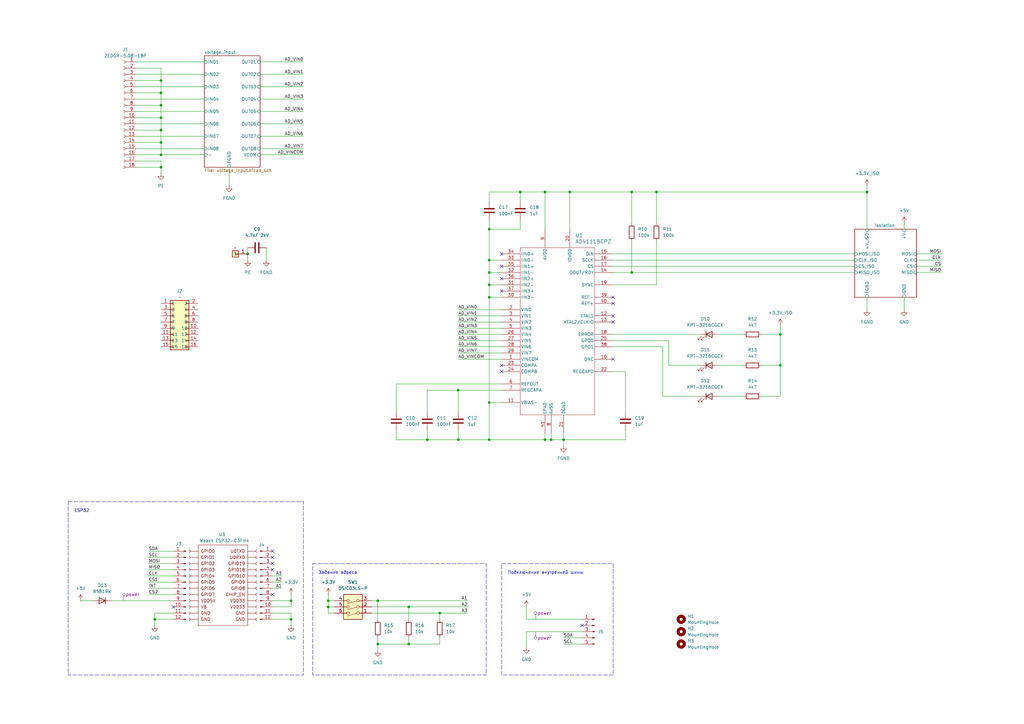
<source format=kicad_sch>
(kicad_sch (version 20231120) (generator "eeschema") (generator_version "8.0")
  (paper "A3")
  (lib_symbols
    (symbol "Mechanical:MountingHole" (pin_names (offset 1.016)) (exclude_from_sim yes) (in_bom no)
      (property "Reference" "H" (at 0 5.08 0))
      (property "Value" "MountingHole" (at 0 3.175 0))
    )
    (symbol "kicad_inventree_lib:AD4111BCPZ" (pin_names (offset 0.254))
      (property "Reference" "U" (at -14.732 2.286 0))
      (property "Value" "AD4111BCPZ" (at 0 -34.798 90))
      (symbol "AD4111BCPZ_1_1"
        (pin unspecified line (at -22.86 -45.72 0) (length 7.62) (name "VINCOM") (number "1"))
        (pin unspecified line (at 22.86 -45.72 180) (length 7.62) (name "DNC") (number "10"))
        (pin unspecified line (at -22.86 -63.5 0) (length 7.62) (name "VBIAS-") (number "11"))
        (pin unspecified line (at 22.86 -27.94 180) (length 7.62) (name "XTAL1") (number "12"))
        (pin unspecified line (at 22.86 -30.48 180) (length 7.62) (name "XTAL2/CLKIO") (number "13"))
        (pin unspecified line (at 22.86 -10.16 180) (length 7.62) (name "DOUT/RDY") (number "14"))
        (pin unspecified line (at 22.86 -2.54 180) (length 7.62) (name "DIN") (number "15"))
        (pin unspecified line (at 22.86 -5.08 180) (length 7.62) (name "SCLK") (number "16"))
        (pin unspecified line (at 22.86 -7.62 180) (length 7.62) (name "CS") (number "17"))
        (pin unspecified line (at 22.86 -35.56 180) (length 7.62) (name "ERROR") (number "18"))
        (pin unspecified line (at 22.86 -15.24 180) (length 7.62) (name "SYNC") (number "19"))
        (pin unspecified line (at -22.86 -25.4 0) (length 7.62) (name "VIN0") (number "2"))
        (pin unspecified line (at 5.08 7.62 270) (length 7.62) (name "IOVDD") (number "20"))
        (pin unspecified line (at 2.54 -76.2 90) (length 7.62) (name "DGND") (number "21"))
        (pin unspecified line (at 22.86 -50.8 180) (length 7.62) (name "REGCAPD") (number "22"))
        (pin unspecified line (at -22.86 -48.26 0) (length 7.62) (name "COMPA") (number "23"))
        (pin unspecified line (at -22.86 -50.8 0) (length 7.62) (name "COMPB") (number "24"))
        (pin unspecified line (at 22.86 -38.1 180) (length 7.62) (name "GPO0") (number "25"))
        (pin unspecified line (at -22.86 -35.56 0) (length 7.62) (name "VIN4") (number "26"))
        (pin unspecified line (at -22.86 -38.1 0) (length 7.62) (name "VIN5") (number "27"))
        (pin unspecified line (at -22.86 -40.64 0) (length 7.62) (name "VIN6") (number "28"))
        (pin unspecified line (at -22.86 -43.18 0) (length 7.62) (name "VIN7") (number "29"))
        (pin unspecified line (at -22.86 -27.94 0) (length 7.62) (name "VIN1") (number "3"))
        (pin unspecified line (at -22.86 -20.32 0) (length 7.62) (name "IIN3-") (number "30"))
        (pin unspecified line (at -22.86 -15.24 0) (length 7.62) (name "IIN2-") (number "31"))
        (pin unspecified line (at -22.86 -10.16 0) (length 7.62) (name "IIN1-") (number "32"))
        (pin unspecified line (at -22.86 -5.08 0) (length 7.62) (name "IIN0-") (number "33"))
        (pin unspecified line (at -22.86 -2.54 0) (length 7.62) (name "IIN0+") (number "34"))
        (pin unspecified line (at -22.86 -7.62 0) (length 7.62) (name "IIN1+") (number "35"))
        (pin unspecified line (at -22.86 -12.7 0) (length 7.62) (name "IIN2+") (number "36"))
        (pin unspecified line (at -22.86 -17.78 0) (length 7.62) (name "IIN3+") (number "37"))
        (pin unspecified line (at 22.86 -40.64 180) (length 7.62) (name "GPO1") (number "38"))
        (pin unspecified line (at 22.86 -20.32 180) (length 7.62) (name "REF-") (number "39"))
        (pin unspecified line (at -22.86 -30.48 0) (length 7.62) (name "VIN2") (number "4"))
        (pin unspecified line (at 22.86 -22.86 180) (length 7.62) (name "REF+") (number "40"))
        (pin unspecified line (at -5.08 -76.2 90) (length 7.62) (name "EPAD") (number "41"))
        (pin unspecified line (at -22.86 -33.02 0) (length 7.62) (name "VIN3") (number "5"))
        (pin unspecified line (at -22.86 -55.88 0) (length 7.62) (name "REFOUT") (number "6"))
        (pin unspecified line (at -22.86 -58.42 0) (length 7.62) (name "REGCAPA") (number "7"))
        (pin unspecified line (at -2.54 -76.2 90) (length 7.62) (name "AVSS") (number "8"))
        (pin unspecified line (at -5.08 7.62 270) (length 7.62) (name "AVDD") (number "9"))
      )
    )
    (symbol "kicad_inventree_lib:B5819W" (pin_numbers hide) (pin_names (offset 1.016) hide)
      (property "Reference" "D" (at 0 2.54 0))
      (property "Value" "B5819W" (at 0 -2.54 0))
      (property "part_ipn" "B5819W" (at 0 0 0))
      (symbol "B5819W_1_1"
        (pin passive line (at -3.81 0 0) (length 2.54) (name "K") (number "1"))
        (pin passive line (at 3.81 0 180) (length 2.54) (name "A") (number "2"))
      )
    )
    (symbol "kicad_inventree_lib:C_100nF_50V_1206" (pin_numbers hide) (pin_names (offset 0.254))
      (property "Reference" "C" (at 0.635 2.54 0))
      (property "Value" "100nF" (at 0.635 -2.54 0))
      (symbol "C_100nF_50V_1206_1_1"
        (pin passive line (at 0 3.81 270) (length 2.794) (name "~") (number "1"))
        (pin passive line (at 0 -3.81 90) (length 2.794) (name "~") (number "2"))
      )
    )
    (symbol "kicad_inventree_lib:C_1uF_50V_1206" (pin_numbers hide) (pin_names (offset 0.254))
      (property "Reference" "C" (at 0.635 2.54 0))
      (property "Value" "1uF" (at 0.635 -2.54 0))
      (symbol "C_1uF_50V_1206_1_1"
        (pin passive line (at 0 3.81 270) (length 2.794) (name "~") (number "1"))
        (pin passive line (at 0 -3.81 90) (length 2.794) (name "~") (number "2"))
      )
    )
    (symbol "kicad_inventree_lib:C_4.7nF_2kV_1812" (pin_numbers hide) (pin_names (offset 0.254))
      (property "Reference" "C" (at 0.635 2.54 0))
      (property "Value" "4.7nF 2kV" (at 0.635 -2.54 0))
      (symbol "C_4.7nF_2kV_1812_1_1"
        (pin passive line (at 0 3.81 270) (length 2.794) (name "~") (number "1"))
        (pin passive line (at 0 -3.81 90) (length 2.794) (name "~") (number "2"))
      )
    )
    (symbol "kicad_inventree_lib:DSIC03LS-P" (pin_names (offset 0) hide)
      (property "Reference" "SW" (at 0 8.89 0))
      (property "Value" "DSIC03LS-P" (at 0.508 -5.08 0))
      (symbol "DSIC03LS-P_1_1"
        (pin passive line (at -7.62 5.08 0) (length 5.08) (name "~") (number "1"))
        (pin passive line (at -7.62 2.54 0) (length 5.08) (name "~") (number "2"))
        (pin passive line (at -7.62 0 0) (length 5.08) (name "~") (number "3"))
        (pin passive line (at 7.62 0 180) (length 5.08) (name "4") (number "4"))
        (pin passive line (at 7.62 2.54 180) (length 5.08) (name "5") (number "5"))
        (pin passive line (at 7.62 5.08 180) (length 5.08) (name "6") (number "6"))
      )
    )
    (symbol "kicad_inventree_lib:Degson_2EDGR-5.08-18P" (pin_names (offset 1.016) hide)
      (property "Reference" "J" (at 0 2.54 0))
      (property "Value" "2EDGR-5.08-18P" (at -4.572 -46.482 0))
      (symbol "Degson_2EDGR-5.08-18P_1_1"
        (pin passive line (at -5.08 0 0) (length 3.81) (name "Pin_1") (number "1"))
        (pin passive line (at -5.08 -22.86 0) (length 3.81) (name "Pin_10") (number "10"))
        (pin passive line (at -5.08 -25.4 0) (length 3.81) (name "Pin_11") (number "11"))
        (pin passive line (at -5.08 -27.94 0) (length 3.81) (name "Pin_12") (number "12"))
        (pin passive line (at -5.08 -30.48 0) (length 3.81) (name "Pin_13") (number "13"))
        (pin passive line (at -5.08 -33.02 0) (length 3.81) (name "Pin_14") (number "14"))
        (pin passive line (at -5.08 -35.56 0) (length 3.81) (name "Pin_15") (number "15"))
        (pin passive line (at -5.08 -38.1 0) (length 3.81) (name "Pin_16") (number "16"))
        (pin passive line (at -5.08 -40.64 0) (length 3.81) (name "Pin_17") (number "17"))
        (pin passive line (at -5.08 -43.18 0) (length 3.81) (name "Pin_18") (number "18"))
        (pin passive line (at -5.08 -2.54 0) (length 3.81) (name "Pin_2") (number "2"))
        (pin passive line (at -5.08 -5.08 0) (length 3.81) (name "Pin_3") (number "3"))
        (pin passive line (at -5.08 -7.62 0) (length 3.81) (name "Pin_4") (number "4"))
        (pin passive line (at -5.08 -10.16 0) (length 3.81) (name "Pin_5") (number "5"))
        (pin passive line (at -5.08 -12.7 0) (length 3.81) (name "Pin_6") (number "6"))
        (pin passive line (at -5.08 -15.24 0) (length 3.81) (name "Pin_7") (number "7"))
        (pin passive line (at -5.08 -17.78 0) (length 3.81) (name "Pin_8") (number "8"))
        (pin passive line (at -5.08 -20.32 0) (length 3.81) (name "Pin_9") (number "9"))
      )
    )
    (symbol "kicad_inventree_lib:Kingbright_KPT-3216CGCK" (pin_numbers hide) (pin_names (offset 1.016) hide)
      (property "Reference" "D" (at 0 2.54 0))
      (property "Value" "KPT-3216CGCK" (at 0 -2.54 0))
      (symbol "Kingbright_KPT-3216CGCK_1_1"
        (pin passive line (at -3.81 0 0) (length 2.54) (name "K") (number "1"))
        (pin passive line (at 3.81 0 180) (length 2.54) (name "A") (number "2"))
      )
    )
    (symbol "kicad_inventree_lib:PE"
      (property "Reference" "D" (at 0 2.54 0))
      (symbol "PE_1_1"
        (pin passive line (at -5.08 0 0) (length 3.81) (name "1") (number "1"))
      )
    )
    (symbol "kicad_inventree_lib:PM-front-02x08"
      (property "Reference" "J" (at 0 0 0))
      (symbol "PM-front-02x08_1_1"
        (pin passive line (at -7.62 -5.08 0) (length 3.81) (name "1") (number "1"))
        (pin passive line (at 7.62 -15.24 180) (length 3.81) (name "10") (number "10"))
        (pin passive line (at -7.62 -17.78 0) (length 3.81) (name "11") (number "11"))
        (pin passive line (at 7.62 -17.78 180) (length 3.81) (name "12") (number "12"))
        (pin passive line (at -7.62 -20.32 0) (length 3.81) (name "13") (number "13"))
        (pin passive line (at 7.62 -20.32 180) (length 3.81) (name "14") (number "14"))
        (pin passive line (at -7.62 -22.86 0) (length 3.81) (name "15") (number "15"))
        (pin passive line (at 7.62 -22.86 180) (length 3.81) (name "16") (number "16"))
        (pin passive line (at 7.62 -5.08 180) (length 3.81) (name "2") (number "2"))
        (pin passive line (at -7.62 -7.62 0) (length 3.81) (name "3") (number "3"))
        (pin passive line (at 7.62 -7.62 180) (length 3.81) (name "4") (number "4"))
        (pin passive line (at -7.62 -10.16 0) (length 3.81) (name "5") (number "5"))
        (pin passive line (at 7.62 -10.16 180) (length 3.81) (name "6") (number "6"))
        (pin passive line (at -7.62 -12.7 0) (length 3.81) (name "7") (number "7"))
        (pin passive line (at 7.62 -12.7 180) (length 3.81) (name "8") (number "8"))
        (pin passive line (at -7.62 -15.24 0) (length 3.81) (name "9") (number "9"))
      )
    )
    (symbol "kicad_inventree_lib:PinHeader_01x05_P2.54_THT_angle" (pin_names (offset 1.016) hide)
      (property "Reference" "J" (at 0 7.62 0))
      (property "Value" "PinHeader_01x05_P2.54_THT_angle" (at 0 -7.62 0))
      (symbol "PinHeader_01x05_P2.54_THT_angle_1_1"
        (pin passive line (at 5.08 5.08 180) (length 3.81) (name "Pin_1") (number "1"))
        (pin passive line (at 5.08 2.54 180) (length 3.81) (name "Pin_2") (number "2"))
        (pin passive line (at 5.08 0 180) (length 3.81) (name "Pin_3") (number "3"))
        (pin passive line (at 5.08 -2.54 180) (length 3.81) (name "Pin_4") (number "4"))
        (pin passive line (at 5.08 -5.08 180) (length 3.81) (name "Pin_5") (number "5"))
      )
    )
    (symbol "kicad_inventree_lib:PinHeader_01x12_P2.54_THT_straight" (pin_names (offset 1.016) hide)
      (property "Reference" "J" (at 0 15.24 0))
      (property "Value" "PinHeader_01x12_P2.54_THT_straight" (at 0 -17.78 0))
      (symbol "PinHeader_01x12_P2.54_THT_straight_1_1"
        (pin passive line (at 5.08 12.7 180) (length 3.81) (name "Pin_1") (number "1"))
        (pin passive line (at 5.08 -10.16 180) (length 3.81) (name "Pin_10") (number "10"))
        (pin passive line (at 5.08 -12.7 180) (length 3.81) (name "Pin_11") (number "11"))
        (pin passive line (at 5.08 -15.24 180) (length 3.81) (name "Pin_12") (number "12"))
        (pin passive line (at 5.08 10.16 180) (length 3.81) (name "Pin_2") (number "2"))
        (pin passive line (at 5.08 7.62 180) (length 3.81) (name "Pin_3") (number "3"))
        (pin passive line (at 5.08 5.08 180) (length 3.81) (name "Pin_4") (number "4"))
        (pin passive line (at 5.08 2.54 180) (length 3.81) (name "Pin_5") (number "5"))
        (pin passive line (at 5.08 0 180) (length 3.81) (name "Pin_6") (number "6"))
        (pin passive line (at 5.08 -2.54 180) (length 3.81) (name "Pin_7") (number "7"))
        (pin passive line (at 5.08 -5.08 180) (length 3.81) (name "Pin_8") (number "8"))
        (pin passive line (at 5.08 -7.62 180) (length 3.81) (name "Pin_9") (number "9"))
      )
    )
    (symbol "kicad_inventree_lib:R_100k_1206_1%" (pin_numbers hide) (pin_names (offset 0))
      (property "Reference" "R" (at 2.032 0 90))
      (property "Value" "100k" (at 0 0 90))
      (symbol "R_100k_1206_1%_1_1"
        (pin passive line (at 0 3.81 270) (length 1.27) (name "~") (number "1"))
        (pin passive line (at 0 -3.81 90) (length 1.27) (name "~") (number "2"))
      )
    )
    (symbol "kicad_inventree_lib:R_10k_1206_1%" (pin_numbers hide) (pin_names (offset 0))
      (property "Reference" "R" (at 2.032 0 90))
      (property "Value" "10k" (at 0 0 90))
      (symbol "R_10k_1206_1%_1_1"
        (pin passive line (at 0 3.81 270) (length 1.27) (name "~") (number "1"))
        (pin passive line (at 0 -3.81 90) (length 1.27) (name "~") (number "2"))
      )
    )
    (symbol "kicad_inventree_lib:R_4k7_1206_1%" (pin_numbers hide) (pin_names (offset 0))
      (property "Reference" "R" (at 2.032 0 90))
      (property "Value" "4k7" (at 0 0 90))
      (symbol "R_4k7_1206_1%_1_1"
        (pin passive line (at 0 3.81 270) (length 1.27) (name "~") (number "1"))
        (pin passive line (at 0 -3.81 90) (length 1.27) (name "~") (number "2"))
      )
    )
    (symbol "kicad_inventree_lib:Weact ESP32-C3FH4"
      (property "Reference" "U" (at 0 0 0))
      (property "Value" "Weact ESP32-C3FH4" (at 0 0 0))
      (symbol "Weact ESP32-C3FH4_1_1"
        (text "CHIP_EN" (at 9.144 -22.86 0) (effects (font (size 1.27 1.27)) (justify right)))
        (text "GND" (at -9.144 -33.02 0) (effects (font (size 1.27 1.27)) (justify left)))
        (text "GND" (at -9.144 -30.48 0) (effects (font (size 1.27 1.27)) (justify left)))
        (text "GND" (at 9.144 -33.02 0) (effects (font (size 1.27 1.27)) (justify right)))
        (text "GND" (at 9.144 -30.48 0) (effects (font (size 1.27 1.27)) (justify right)))
        (text "GPIO0" (at -9.144 -5.08 0) (effects (font (size 1.27 1.27)) (justify left)))
        (text "GPIO1" (at -9.144 -7.62 0) (effects (font (size 1.27 1.27)) (justify left)))
        (text "GPIO10" (at 9.144 -15.24 0) (effects (font (size 1.27 1.27)) (justify right)))
        (text "GPIO18" (at 9.144 -12.7 0) (effects (font (size 1.27 1.27)) (justify right)))
        (text "GPIO19" (at 9.144 -10.16 0) (effects (font (size 1.27 1.27)) (justify right)))
        (text "GPIO2" (at -9.144 -10.16 0) (effects (font (size 1.27 1.27)) (justify left)))
        (text "GPIO3" (at -9.144 -12.7 0) (effects (font (size 1.27 1.27)) (justify left)))
        (text "GPIO4" (at -9.144 -15.24 0) (effects (font (size 1.27 1.27)) (justify left)))
        (text "GPIO5" (at -9.144 -17.78 0) (effects (font (size 1.27 1.27)) (justify left)))
        (text "GPIO6" (at -9.144 -20.32 0) (effects (font (size 1.27 1.27)) (justify left)))
        (text "GPIO7" (at -9.144 -22.86 0) (effects (font (size 1.27 1.27)) (justify left)))
        (text "GPIO8" (at 9.144 -20.32 0) (effects (font (size 1.27 1.27)) (justify right)))
        (text "GPIO9" (at 9.144 -17.78 0) (effects (font (size 1.27 1.27)) (justify right)))
        (text "U0RXD" (at 9.144 -7.62 0) (effects (font (size 1.27 1.27)) (justify right)))
        (text "U0TXD" (at 9.144 -5.08 0) (effects (font (size 1.27 1.27)) (justify right)))
        (text "VB" (at -9.144 -27.94 0) (effects (font (size 1.27 1.27)) (justify left)))
        (text "VDD33" (at 9.144 -27.94 0) (effects (font (size 1.27 1.27)) (justify right)))
        (text "VDD33" (at 9.144 -25.4 0) (effects (font (size 1.27 1.27)) (justify right)))
        (text "VDD5V" (at -9.144 -25.4 0) (effects (font (size 1.27 1.27)) (justify left)))
      )
    )
    (symbol "power:+3.3V" (power) (pin_numbers hide) (pin_names (offset 0) hide)
      (property "Value" "+3.3V" (at 0 3.556 0))
      (symbol "+3.3V_1_1"
        (pin power_in line (at 0 0 90) (length 0) (name "~") (number "1"))
      )
    )
    (symbol "power:+5V" (power) (pin_numbers hide) (pin_names (offset 0) hide)
      (property "Value" "+5V" (at 0 3.556 0))
      (symbol "+5V_1_1"
        (pin power_in line (at 0 0 90) (length 0) (name "~") (number "1"))
      )
    )
    (symbol "power:+VSW" (power) (pin_numbers hide) (pin_names (offset 0) hide)
      (property "Value" "+VSW" (at 0 3.556 0))
      (symbol "+VSW_1_1"
        (pin power_in line (at 0 0 90) (length 0) (name "~") (number "1"))
      )
    )
    (symbol "power:GND" (power) (pin_numbers hide) (pin_names (offset 0) hide)
      (property "Value" "GND" (at 0 -3.81 0))
      (symbol "GND_1_1"
        (pin power_in line (at 0 0 270) (length 0) (name "~") (number "1"))
      )
    )
  )
  (junction (at 231.14 180.34))
  (junction (at 119.38 246.38))
  (junction (at 233.68 78.74))
  (junction (at 66.04 33.02))
  (junction (at 66.04 38.1))
  (junction (at 269.24 78.74))
  (junction (at 223.52 180.34))
  (junction (at 320.04 137.16))
  (junction (at 180.34 251.46))
  (junction (at 213.36 78.74))
  (junction (at 200.66 116.84))
  (junction (at 119.38 254))
  (junction (at 134.62 246.38))
  (junction (at 66.04 48.26))
  (junction (at 200.66 106.68))
  (junction (at 167.64 248.92))
  (junction (at 66.04 63.5))
  (junction (at 154.94 246.38))
  (junction (at 200.66 111.76))
  (junction (at 66.04 58.42))
  (junction (at 223.52 78.74))
  (junction (at 167.64 264.16))
  (junction (at 63.5 254))
  (junction (at 66.04 53.34))
  (junction (at 320.04 149.86))
  (junction (at 200.66 121.92))
  (junction (at 226.06 180.34))
  (junction (at 187.96 180.34))
  (junction (at 200.66 93.98))
  (junction (at 66.04 68.58))
  (junction (at 355.6 78.74))
  (junction (at 259.08 78.74))
  (junction (at 134.62 248.92))
  (junction (at 200.66 165.1))
  (junction (at 259.08 111.76))
  (junction (at 154.94 264.16))
  (junction (at 66.04 43.18))
  (junction (at 200.66 180.34))
  (junction (at 175.26 180.34))
  (junction (at 101.6 104.14))
  (junction (at 187.96 160.02))
  (no_connect (at 111.76 243.84))
  (no_connect (at 251.46 129.54))
  (no_connect (at 251.46 124.46))
  (no_connect (at 71.12 248.92))
  (no_connect (at 205.74 104.14))
  (no_connect (at 238.76 256.54))
  (no_connect (at 205.74 119.38))
  (no_connect (at 205.74 149.86))
  (no_connect (at 111.76 226.06))
  (no_connect (at 111.76 231.14))
  (no_connect (at 251.46 132.08))
  (no_connect (at 251.46 121.92))
  (no_connect (at 111.76 228.6))
  (no_connect (at 111.76 233.68))
  (no_connect (at 205.74 114.3))
  (no_connect (at 205.74 109.22))
  (no_connect (at 205.74 152.4))
  (no_connect (at 251.46 147.32))
  (wire (pts (xy 154.94 246.38) (xy 154.94 254)))
  (wire (pts (xy 106.68 50.8) (xy 124.46 50.8)))
  (wire (pts (xy 60.96 236.22) (xy 71.12 236.22)))
  (wire (pts (xy 271.78 142.24) (xy 271.78 162.56)))
  (wire (pts (xy 55.88 35.56) (xy 83.82 35.56)))
  (wire (pts (xy 251.46 139.7) (xy 274.32 139.7)))
  (wire (pts (xy 55.88 25.4) (xy 83.82 25.4)))
  (wire (pts (xy 119.38 248.92) (xy 119.38 246.38)))
  (wire (pts (xy 180.34 251.46) (xy 191.77 251.46)))
  (wire (pts (xy 259.08 99.06) (xy 259.08 111.76)))
  (wire (pts (xy 223.52 78.74) (xy 233.68 78.74)))
  (wire (pts (xy 200.66 78.74) (xy 213.36 78.74)))
  (wire (pts (xy 55.88 45.72) (xy 83.82 45.72)))
  (wire (pts (xy 111.76 241.3) (xy 115.57 241.3)))
  (wire (pts (xy 106.68 40.64) (xy 124.46 40.64)))
  (wire (pts (xy 320.04 149.86) (xy 320.04 137.16)))
  (wire (pts (xy 63.5 254) (xy 71.12 254)))
  (wire (pts (xy 251.46 109.22) (xy 350.52 109.22)))
  (wire (pts (xy 233.68 78.74) (xy 259.08 78.74)))
  (wire (pts (xy 187.96 147.32) (xy 205.74 147.32)))
  (wire (pts (xy 355.6 121.92) (xy 355.6 127)))
  (wire (pts (xy 180.34 261.62) (xy 180.34 264.16)))
  (wire (pts (xy 55.88 66.04) (xy 66.04 66.04)))
  (wire (pts (xy 60.96 226.06) (xy 71.12 226.06)))
  (wire (pts (xy 375.92 109.22) (xy 386.08 109.22)))
  (wire (pts (xy 231.14 264.16) (xy 238.76 264.16)))
  (wire (pts (xy 162.56 180.34) (xy 175.26 180.34)))
  (wire (pts (xy 370.84 91.44) (xy 370.84 93.98)))
  (wire (pts (xy 106.68 63.5) (xy 124.46 63.5)))
  (wire (pts (xy 187.96 180.34) (xy 200.66 180.34)))
  (wire (pts (xy 312.42 137.16) (xy 320.04 137.16)))
  (wire (pts (xy 320.04 162.56) (xy 320.04 149.86)))
  (wire (pts (xy 106.68 30.48) (xy 124.46 30.48)))
  (wire (pts (xy 251.46 137.16) (xy 287.02 137.16)))
  (wire (pts (xy 187.96 134.62) (xy 205.74 134.62)))
  (wire (pts (xy 375.92 104.14) (xy 386.08 104.14)))
  (wire (pts (xy 111.76 238.76) (xy 115.57 238.76)))
  (wire (pts (xy 66.04 48.26) (xy 66.04 53.34)))
  (wire (pts (xy 256.54 180.34) (xy 231.14 180.34)))
  (wire (pts (xy 152.4 246.38) (xy 154.94 246.38)))
  (wire (pts (xy 154.94 264.16) (xy 154.94 266.7)))
  (wire (pts (xy 187.96 139.7) (xy 205.74 139.7)))
  (wire (pts (xy 175.26 160.02) (xy 175.26 168.91)))
  (wire (pts (xy 269.24 78.74) (xy 355.6 78.74)))
  (wire (pts (xy 312.42 149.86) (xy 320.04 149.86)))
  (wire (pts (xy 66.04 27.94) (xy 66.04 33.02)))
  (wire (pts (xy 294.64 149.86) (xy 304.8 149.86)))
  (wire (pts (xy 134.62 243.84) (xy 134.62 246.38)))
  (wire (pts (xy 200.66 111.76) (xy 205.74 111.76)))
  (wire (pts (xy 66.04 33.02) (xy 66.04 38.1)))
  (wire (pts (xy 233.68 93.98) (xy 233.68 78.74)))
  (wire (pts (xy 226.06 177.8) (xy 226.06 180.34)))
  (wire (pts (xy 167.64 248.92) (xy 167.64 254)))
  (wire (pts (xy 187.96 129.54) (xy 205.74 129.54)))
  (wire (pts (xy 66.04 58.42) (xy 66.04 63.5)))
  (wire (pts (xy 200.66 111.76) (xy 200.66 116.84)))
  (wire (pts (xy 223.52 180.34) (xy 226.06 180.34)))
  (wire (pts (xy 200.66 93.98) (xy 200.66 106.68)))
  (wire (pts (xy 180.34 251.46) (xy 180.34 254)))
  (wire (pts (xy 187.96 137.16) (xy 205.74 137.16)))
  (wire (pts (xy 55.88 55.88) (xy 83.82 55.88)))
  (wire (pts (xy 187.96 142.24) (xy 205.74 142.24)))
  (wire (pts (xy 162.56 176.53) (xy 162.56 180.34)))
  (wire (pts (xy 320.04 137.16) (xy 320.04 133.35)))
  (wire (pts (xy 256.54 176.53) (xy 256.54 180.34)))
  (wire (pts (xy 312.42 162.56) (xy 320.04 162.56)))
  (wire (pts (xy 200.66 116.84) (xy 200.66 121.92)))
  (wire (pts (xy 38.1 246.38) (xy 33.02 246.38)))
  (wire (pts (xy 259.08 111.76) (xy 350.52 111.76)))
  (wire (pts (xy 71.12 246.38) (xy 45.72 246.38)))
  (wire (pts (xy 119.38 254) (xy 119.38 256.54)))
  (wire (pts (xy 226.06 180.34) (xy 231.14 180.34)))
  (wire (pts (xy 55.88 43.18) (xy 66.04 43.18)))
  (wire (pts (xy 175.26 180.34) (xy 175.26 176.53)))
  (wire (pts (xy 187.96 127) (xy 205.74 127)))
  (wire (pts (xy 106.68 35.56) (xy 124.46 35.56)))
  (wire (pts (xy 215.9 259.08) (xy 238.76 259.08)))
  (wire (pts (xy 60.96 238.76) (xy 71.12 238.76)))
  (wire (pts (xy 106.68 45.72) (xy 124.46 45.72)))
  (wire (pts (xy 60.96 241.3) (xy 71.12 241.3)))
  (wire (pts (xy 213.36 78.74) (xy 223.52 78.74)))
  (wire (pts (xy 63.5 251.46) (xy 63.5 254)))
  (wire (pts (xy 63.5 254) (xy 63.5 256.54)))
  (wire (pts (xy 251.46 104.14) (xy 350.52 104.14)))
  (wire (pts (xy 93.98 68.58) (xy 93.98 76.2)))
  (wire (pts (xy 274.32 139.7) (xy 274.32 149.86)))
  (wire (pts (xy 200.66 106.68) (xy 200.66 111.76)))
  (wire (pts (xy 231.14 180.34) (xy 231.14 182.88)))
  (wire (pts (xy 294.64 137.16) (xy 304.8 137.16)))
  (wire (pts (xy 154.94 246.38) (xy 191.77 246.38)))
  (wire (pts (xy 55.88 58.42) (xy 66.04 58.42)))
  (wire (pts (xy 55.88 27.94) (xy 66.04 27.94)))
  (wire (pts (xy 111.76 246.38) (xy 119.38 246.38)))
  (wire (pts (xy 55.88 48.26) (xy 66.04 48.26)))
  (wire (pts (xy 137.16 251.46) (xy 134.62 251.46)))
  (wire (pts (xy 55.88 30.48) (xy 83.82 30.48)))
  (wire (pts (xy 134.62 246.38) (xy 134.62 248.92)))
  (wire (pts (xy 162.56 157.48) (xy 205.74 157.48)))
  (wire (pts (xy 66.04 53.34) (xy 66.04 58.42)))
  (wire (pts (xy 60.96 243.84) (xy 71.12 243.84)))
  (wire (pts (xy 256.54 152.4) (xy 251.46 152.4)))
  (wire (pts (xy 200.66 165.1) (xy 200.66 180.34)))
  (wire (pts (xy 200.66 82.55) (xy 200.66 78.74)))
  (wire (pts (xy 200.66 90.17) (xy 200.66 93.98)))
  (wire (pts (xy 60.96 228.6) (xy 71.12 228.6)))
  (wire (pts (xy 200.66 93.98) (xy 213.36 93.98)))
  (wire (pts (xy 215.9 259.08) (xy 215.9 265.43)))
  (wire (pts (xy 55.88 53.34) (xy 66.04 53.34)))
  (wire (pts (xy 231.14 177.8) (xy 231.14 180.34)))
  (wire (pts (xy 167.64 248.92) (xy 191.77 248.92)))
  (wire (pts (xy 111.76 254) (xy 119.38 254)))
  (wire (pts (xy 200.66 121.92) (xy 205.74 121.92)))
  (wire (pts (xy 55.88 63.5) (xy 66.04 63.5)))
  (wire (pts (xy 274.32 149.86) (xy 287.02 149.86)))
  (wire (pts (xy 180.34 264.16) (xy 167.64 264.16)))
  (wire (pts (xy 111.76 251.46) (xy 119.38 251.46)))
  (wire (pts (xy 187.96 132.08) (xy 205.74 132.08)))
  (wire (pts (xy 167.64 261.62) (xy 167.64 264.16)))
  (wire (pts (xy 119.38 251.46) (xy 119.38 254)))
  (wire (pts (xy 55.88 60.96) (xy 83.82 60.96)))
  (wire (pts (xy 137.16 248.92) (xy 134.62 248.92)))
  (wire (pts (xy 111.76 248.92) (xy 119.38 248.92)))
  (wire (pts (xy 134.62 248.92) (xy 134.62 251.46)))
  (wire (pts (xy 215.9 254) (xy 238.76 254)))
  (wire (pts (xy 213.36 90.17) (xy 213.36 93.98)))
  (wire (pts (xy 55.88 33.02) (xy 66.04 33.02)))
  (wire (pts (xy 213.36 82.55) (xy 213.36 78.74)))
  (wire (pts (xy 251.46 106.68) (xy 350.52 106.68)))
  (wire (pts (xy 251.46 142.24) (xy 271.78 142.24)))
  (wire (pts (xy 251.46 111.76) (xy 259.08 111.76)))
  (wire (pts (xy 66.04 38.1) (xy 66.04 43.18)))
  (wire (pts (xy 152.4 248.92) (xy 167.64 248.92)))
  (wire (pts (xy 259.08 78.74) (xy 269.24 78.74)))
  (wire (pts (xy 200.66 121.92) (xy 200.66 165.1)))
  (wire (pts (xy 187.96 160.02) (xy 205.74 160.02)))
  (wire (pts (xy 106.68 25.4) (xy 124.46 25.4)))
  (wire (pts (xy 66.04 68.58) (xy 66.04 71.12)))
  (wire (pts (xy 154.94 264.16) (xy 167.64 264.16)))
  (wire (pts (xy 111.76 236.22) (xy 115.57 236.22)))
  (wire (pts (xy 175.26 180.34) (xy 187.96 180.34)))
  (wire (pts (xy 355.6 78.74) (xy 355.6 93.98)))
  (wire (pts (xy 259.08 91.44) (xy 259.08 78.74)))
  (wire (pts (xy 101.6 104.14) (xy 101.6 106.68)))
  (wire (pts (xy 200.66 165.1) (xy 205.74 165.1)))
  (wire (pts (xy 60.96 231.14) (xy 71.12 231.14)))
  (wire (pts (xy 55.88 38.1) (xy 66.04 38.1)))
  (wire (pts (xy 187.96 160.02) (xy 175.26 160.02)))
  (wire (pts (xy 119.38 246.38) (xy 119.38 243.84)))
  (wire (pts (xy 137.16 246.38) (xy 134.62 246.38)))
  (wire (pts (xy 154.94 261.62) (xy 154.94 264.16)))
  (wire (pts (xy 162.56 157.48) (xy 162.56 168.91)))
  (wire (pts (xy 187.96 180.34) (xy 187.96 176.53)))
  (wire (pts (xy 109.22 101.6) (xy 109.22 106.68)))
  (wire (pts (xy 187.96 160.02) (xy 187.96 168.91)))
  (wire (pts (xy 256.54 168.91) (xy 256.54 152.4)))
  (wire (pts (xy 269.24 116.84) (xy 251.46 116.84)))
  (wire (pts (xy 60.96 233.68) (xy 71.12 233.68)))
  (wire (pts (xy 106.68 60.96) (xy 124.46 60.96)))
  (wire (pts (xy 375.92 111.76) (xy 386.08 111.76)))
  (wire (pts (xy 200.66 180.34) (xy 223.52 180.34)))
  (wire (pts (xy 66.04 63.5) (xy 83.82 63.5)))
  (wire (pts (xy 375.92 106.68) (xy 386.08 106.68)))
  (wire (pts (xy 152.4 251.46) (xy 180.34 251.46)))
  (wire (pts (xy 101.6 101.6) (xy 101.6 104.14)))
  (wire (pts (xy 271.78 162.56) (xy 287.02 162.56)))
  (wire (pts (xy 106.68 55.88) (xy 124.46 55.88)))
  (wire (pts (xy 200.66 106.68) (xy 205.74 106.68)))
  (wire (pts (xy 370.84 121.92) (xy 370.84 127)))
  (wire (pts (xy 66.04 66.04) (xy 66.04 68.58)))
  (wire (pts (xy 55.88 68.58) (xy 66.04 68.58)))
  (wire (pts (xy 55.88 50.8) (xy 83.82 50.8)))
  (wire (pts (xy 66.04 43.18) (xy 66.04 48.26)))
  (wire (pts (xy 231.14 261.62) (xy 238.76 261.62)))
  (wire (pts (xy 223.52 177.8) (xy 223.52 180.34)))
  (wire (pts (xy 223.52 93.98) (xy 223.52 78.74)))
  (wire (pts (xy 200.66 116.84) (xy 205.74 116.84)))
  (wire (pts (xy 187.96 144.78) (xy 205.74 144.78)))
  (wire (pts (xy 355.6 76.2) (xy 355.6 78.74)))
  (wire (pts (xy 215.9 254) (xy 215.9 248.92)))
  (wire (pts (xy 294.64 162.56) (xy 304.8 162.56)))
  (wire (pts (xy 55.88 40.64) (xy 83.82 40.64)))
  (wire (pts (xy 269.24 78.74) (xy 269.24 91.44)))
  (wire (pts (xy 269.24 99.06) (xy 269.24 116.84)))
  (wire (pts (xy 71.12 251.46) (xy 63.5 251.46)))
  (rectangle (start 205.74 231.14) (end 251.46 276.86) (stroke (width 0) (type dash)))
  (rectangle (start 128.27 231.14) (end 199.39 276.86) (stroke (width 0) (type dash)))
  (rectangle (start 27.94 205.74) (end 124.46 276.86) (stroke (width 0) (type dash)))
  (text "ESP32" (at 33.528 209.55 0) (effects (font (size 1.27 1.27))))
  (text "Задание адреса" (at 130.556 234.95 0) (effects (font (size 1.27 1.27)) (justify left)))
  (text "Подключение внутренней шины" (at 223.774 234.95 0) (effects (font (size 1.27 1.27))))
  (label "AD_VINCOM" (at 187.96 147.32 0))
  (label "MOSI" (at 60.96 231.14 0))
  (label "AD_VIN2" (at 187.96 132.08 0))
  (label "A3" (at 191.77 251.46 180))
  (label "AD_VIN7" (at 124.46 60.96 180))
  (label "AD_VIN1" (at 124.46 30.48 180))
  (label "AD_VIN0" (at 187.96 127 0))
  (label "AD_VIN6" (at 187.96 142.24 0))
  (label "AD_VIN1" (at 187.96 129.54 0))
  (label "A1" (at 115.57 241.3 180))
  (label "MISO" (at 386.08 111.76 180))
  (label "INT" (at 60.96 241.3 0))
  (label "AD_VIN5" (at 187.96 139.7 0))
  (label "CS1" (at 60.96 238.76 0))
  (label "SCL" (at 231.14 264.16 0))
  (label "CLK" (at 386.08 106.68 180))
  (label "SDA" (at 60.96 226.06 0))
  (label "AD_VIN2" (at 124.46 35.56 180))
  (label "MISO" (at 60.96 233.68 0))
  (label "A2" (at 191.77 248.92 180))
  (label "CS2" (at 60.96 243.84 0))
  (label "CS" (at 386.08 109.22 180))
  (label "A2" (at 115.57 238.76 180))
  (label "SDA" (at 231.14 261.62 0))
  (label "AD_VINCOM" (at 124.46 63.5 180))
  (label "A3" (at 115.57 236.22 180))
  (label "AD_VIN4" (at 124.46 45.72 180))
  (label "AD_VIN0" (at 124.46 25.4 180))
  (label "SCL" (at 60.96 228.6 0))
  (label "CLK" (at 60.96 236.22 0))
  (label "AD_VIN7" (at 187.96 144.78 0))
  (label "AD_VIN3" (at 187.96 134.62 0))
  (label "MOSI" (at 386.08 104.14 180))
  (label "AD_VIN5" (at 124.46 50.8 180))
  (label "AD_VIN4" (at 187.96 137.16 0))
  (label "AD_VIN3" (at 124.46 40.64 180))
  (label "AD_VIN6" (at 124.46 55.88 180))
  (label "A1" (at 191.77 246.38 180))
  (netclass_flag "" (length 2.54) (shape round) (at 219.71 259.08 180) (property "Netclass" "power" (at 220.4085 261.62 0) (effects (font (italic yes)) (justify left))))
  (netclass_flag "" (length 2.54) (shape round) (at 219.71 254 0) (property "Netclass" "power" (at 220.4085 251.46 0) (effects (font (italic yes)) (justify left))))
  (netclass_flag "" (length 2.54) (shape round) (at 50.8 246.38 0) (property "Netclass" "power" (at 51.4985 243.84 0) (effects (font (italic yes)) (justify left))))
  (symbol (lib_id "kicad_inventree_lib:PE") (at 96.52 104.14 180) (unit 1)
    (property "Reference" "D9" (effects (hide yes)))
    (property "Value" "~" (at 96.52 101.6 0))
    (property "Footprint" "kicad_inventree_lib:PE" (effects (hide yes)))
  )
  (symbol (lib_id "power:+5V") (at 370.84 91.44 0) (unit 1)
    (property "Reference" "#PWR08" (effects (hide yes)))
    (property "Value" "+5V" (at 370.84 86.36 0))
    (property "Description" "Power symbol creates a global label with name \"+5V\"" (effects (hide yes)))
  )
  (symbol (lib_id "power:GND") (at 63.5 256.54 0) (unit 1)
    (property "Reference" "#PWR05" (effects (hide yes)))
    (property "Value" "GND" (at 63.5 261.62 0))
    (property "Description" "Power symbol creates a global label with name \"GND\" , ground" (effects (hide yes)))
  )
  (symbol (lib_id "kicad_inventree_lib:PinHeader_01x12_P2.54_THT_straight") (at 76.2 238.76 0) (mirror y) (unit 1)
    (property "Reference" "J3" (at 72.136 223.012 0) (effects (justify right)))
    (property "Value" "PinHeader P2.54 01x12 THT Straight" (effects (hide yes)))
    (property "Footprint" "Connector_PinHeader_2.54mm:PinHeader_1x12_P2.54mm_Vertical" (effects (hide yes)))
    (property "Datasheet" "http://inventree.network/part/31/" (effects (hide yes)))
    (property "Description" "Generic connector, single row, 01x12, script generated" (effects (hide yes)))
    (property "NextPCB_price" "0.32886" (effects (hide yes)))
    (property "NextPCB_url" "https://www.hqonline.com/product-detail/pin-headers-boomele-2-54-1-40pyuanzhen-2500377919" (effects (hide yes)))
    (property "part_ipn" "PinHeader_01x12_P2.54_THT_straight" (effects (hide yes)))
  )
  (symbol (lib_id "power:GND") (at 215.9 265.43 0) (unit 1)
    (property "Reference" "#PWR016" (effects (hide yes)))
    (property "Value" "GND" (at 215.9 270.51 0))
    (property "Description" "Power symbol creates a global label with name \"GND\" , ground" (effects (hide yes)))
  )
  (symbol (lib_id "kicad_inventree_lib:Weact ESP32-C3FH4") (at 91.44 220.98 0) (unit 1)
    (property "Reference" "U3" (at 89.662 219.202 0) (effects (justify left)))
    (property "Value" "Weact ESP32-C3FH4" (at 81.788 221.742 0) (effects (justify left)))
    (property "Footprint" "kicad_inventree_lib:Weact ESP32-C3FH4" (effects (hide yes)))
    (property "Datasheet" "http://inventree.network/part/49/" (effects (hide yes)))
    (property "Description" "Микроконтроллер Weact ESP32-C3" (effects (hide yes)))
    (property "NextPCB_price" "3.5" (effects (hide yes)))
    (property "NextPCB_url" "https://aliexpress.ru/item/1005004960064227.html?sku_id=12000037047175289&spm=a2g2w.stores.seller_list.26.735f3604TtTEtI" (effects (hide yes)))
    (property "part_ipn" "Weact ESP32-C3FH4" (effects (hide yes)))
  )
  (symbol (lib_id "kicad_inventree_lib:B5819W") (at 41.91 246.38 180) (unit 1)
    (property "Reference" "D13" (at 41.91 240.03 0))
    (property "Value" "B5819W" (at 41.91 242.57 0))
    (property "Footprint" "Diode_SMD:D_SOD-123" (effects (hide yes)))
    (property "Datasheet" "http://inventree.network/part/6/" (effects (hide yes)))
    (property "Description" "Schottky diode" (effects (hide yes)))
    (property "Sim.Device" "D" (effects (hide yes)))
    (property "Sim.Pins" "1=K 2=A" (effects (hide yes)))
    (property "Manufacturer" "MDD" (effects (hide yes)))
    (property "NextPCB_price" "0.0107" (effects (hide yes)))
    (property "NextPCB_url" "https://www.hqonline.com/product-detail/schottky-diode-mdd-b5819w-2500218931" (effects (hide yes)))
    (property "part_ipn" "B5819W" (effects (hide yes)))
  )
  (symbol (lib_id "power:GND") (at 370.84 127 0) (unit 1)
    (property "Reference" "#PWR07" (effects (hide yes)))
    (property "Value" "GND" (at 370.84 132.08 0))
    (property "Description" "Power symbol creates a global label with name \"GND\" , ground" (effects (hide yes)))
  )
  (symbol (lib_id "kicad_inventree_lib:R_4k7_1206_1%") (at 308.61 162.56 90) (unit 1)
    (property "Reference" "R14" (at 308.61 156.21 90))
    (property "Value" "4k7" (at 308.61 158.75 90))
    (property "Footprint" "Resistor_SMD:R_1206_3216Metric_Pad1.30x1.75mm_HandSolder" (effects (hide yes)))
    (property "Datasheet" "http://inventree.network/part/117/" (effects (hide yes)))
    (property "Description" "Resistor" (effects (hide yes)))
    (property "part_ipn" "R_4k7_1206_1%" (effects (hide yes)))
  )
  (symbol (lib_id "power:GND") (at 231.14 182.88 0) (unit 1)
    (property "Reference" "#PWR09" (effects (hide yes)))
    (property "Value" "FGND" (at 231.14 187.96 0))
    (property "Description" "Power symbol creates a global label with name \"GND\" , ground" (effects (hide yes)))
  )
  (symbol (lib_id "power:GND") (at 355.6 127 0) (unit 1)
    (property "Reference" "#PWR06" (effects (hide yes)))
    (property "Value" "FGND" (at 355.6 132.08 0))
    (property "Description" "Power symbol creates a global label with name \"GND\" , ground" (effects (hide yes)))
  )
  (symbol (lib_id "kicad_inventree_lib:R_100k_1206_1%") (at 269.24 95.25 0) (unit 1)
    (property "Reference" "R11" (at 271.78 93.9799 0) (effects (justify left)))
    (property "Value" "100k" (at 271.78 96.5199 0) (effects (justify left)))
    (property "Footprint" "Resistor_SMD:R_1206_3216Metric_Pad1.30x1.75mm_HandSolder" (effects (hide yes)))
    (property "Datasheet" "http://inventree.network/part/61/" (effects (hide yes)))
    (property "Description" "Resistor" (effects (hide yes)))
    (property "NextPCB_price" "0.00169" (effects (hide yes)))
    (property "NextPCB_url" "https://www.hqonline.com/product-detail/chip-resistors-fojan-frc1206f3301ts-2500354421" (effects (hide yes)))
    (property "part_ipn" "R_100k_1206_1%" (effects (hide yes)))
  )
  (symbol (lib_id "power:GND") (at 93.98 76.2 0) (unit 1)
    (property "Reference" "#PWR01" (effects (hide yes)))
    (property "Value" "FGND" (at 93.98 81.28 0))
    (property "Description" "Power symbol creates a global label with name \"GND\" , ground" (effects (hide yes)))
  )
  (symbol (lib_id "power:+3.3V") (at 134.62 243.84 0) (unit 1)
    (property "Reference" "#PWR013" (effects (hide yes)))
    (property "Value" "+3.3V" (at 134.62 238.76 0))
    (property "Description" "Power symbol creates a global label with name \"+3.3V\"" (effects (hide yes)))
  )
  (symbol (lib_id "power:+3.3V") (at 119.38 243.84 0) (unit 1)
    (property "Reference" "#PWR010" (effects (hide yes)))
    (property "Value" "+3.3V" (at 119.38 238.76 0))
    (property "Description" "Power symbol creates a global label with name \"+3.3V\"" (effects (hide yes)))
  )
  (symbol (lib_id "kicad_inventree_lib:R_10k_1206_1%") (at 167.64 257.81 180) (unit 1)
    (property "Reference" "R16" (at 170.18 256.5399 0) (effects (justify right)))
    (property "Value" "10k" (at 170.18 259.0799 0) (effects (justify right)))
    (property "Footprint" "Resistor_SMD:R_1206_3216Metric_Pad1.30x1.75mm_HandSolder" (effects (hide yes)))
    (property "Datasheet" "http://inventree.network/part/26/" (effects (hide yes)))
    (property "Description" "Resistor" (effects (hide yes)))
    (property "NextPCB_price" "0.00169" (effects (hide yes)))
    (property "NextPCB_url" "https://www.hqonline.com/product-detail/chip-resistors-fojan-frc1206f3301ts-2500354421" (effects (hide yes)))
    (property "part_ipn" "R_10k_1206_1%" (effects (hide yes)))
  )
  (symbol (lib_id "kicad_inventree_lib:C_1uF_50V_1206") (at 213.36 86.36 0) (unit 1)
    (property "Reference" "C18" (at 217.17 85.0899 0) (effects (justify left)))
    (property "Value" "1uF" (at 217.17 87.6299 0) (effects (justify left)))
    (property "Footprint" "Capacitor_SMD:C_1206_3216Metric_Pad1.33x1.80mm_HandSolder" (effects (hide yes)))
    (property "Datasheet" "http://inventree.network/part/44/" (effects (hide yes)))
    (property "Description" "Unpolarized capacitor" (effects (hide yes)))
    (property "part_ipn" "C_1uF_50V_1206" (effects (hide yes)))
  )
  (symbol (lib_id "power:GND") (at 109.22 106.68 0) (unit 1)
    (property "Reference" "#PWR018" (effects (hide yes)))
    (property "Value" "FGND" (at 109.22 111.76 0))
    (property "Description" "Power symbol creates a global label with name \"GND\" , ground" (effects (hide yes)))
  )
  (symbol (lib_id "kicad_inventree_lib:C_100nF_50V_1206") (at 162.56 172.72 0) (unit 1)
    (property "Reference" "C10" (at 166.37 171.4499 0) (effects (justify left)))
    (property "Value" "100nF" (at 166.37 173.9899 0) (effects (justify left)))
    (property "Footprint" "Capacitor_SMD:C_1206_3216Metric_Pad1.33x1.80mm_HandSolder" (effects (hide yes)))
    (property "Datasheet" "http://inventree.network/part/44/" (effects (hide yes)))
    (property "Description" "Unpolarized capacitor" (effects (hide yes)))
    (property "part_ipn" "C_100nF_50V_1206" (effects (hide yes)))
  )
  (symbol (lib_id "kicad_inventree_lib:AD4111BCPZ") (at 228.6 101.6 0) (unit 1)
    (property "Reference" "U1" (at 235.8741 96.52 0) (effects (font (size 1.524 1.524)) (justify left)))
    (property "Value" "AD4111BCPZ" (at 235.8741 99.06 0) (effects (font (size 1.524 1.524)) (justify left)))
    (property "Footprint" "kicad_inventree_lib:AD4111BCPZ_ADI" (effects (hide yes)))
    (property "Datasheet" "http://inventree.network/part/73/" (effects (hide yes)))
    (property "part_ipn" "AD4111BCPZ" (effects (hide yes)))
  )
  (symbol (lib_id "kicad_inventree_lib:PinHeader_01x12_P2.54_THT_straight") (at 106.68 238.76 0) (unit 1)
    (property "Reference" "J4" (at 107.315 223.52 0))
    (property "Value" "PinHeader P2.54 01x12 THT Straight" (effects (hide yes)))
    (property "Footprint" "Connector_PinHeader_2.54mm:PinHeader_1x12_P2.54mm_Vertical" (effects (hide yes)))
    (property "Datasheet" "http://inventree.network/part/31/" (effects (hide yes)))
    (property "Description" "Generic connector, single row, 01x12, script generated" (effects (hide yes)))
    (property "NextPCB_price" "0.32886" (effects (hide yes)))
    (property "NextPCB_url" "https://www.hqonline.com/product-detail/pin-headers-boomele-2-54-1-40pyuanzhen-2500377919" (effects (hide yes)))
    (property "part_ipn" "PinHeader_01x12_P2.54_THT_straight" (effects (hide yes)))
  )
  (symbol (lib_id "power:GND") (at 154.94 266.7 0) (unit 1)
    (property "Reference" "#PWR014" (effects (hide yes)))
    (property "Value" "GND" (at 154.94 271.78 0))
    (property "Description" "Power symbol creates a global label with name \"GND\" , ground" (effects (hide yes)))
  )
  (symbol (lib_id "Mechanical:MountingHole") (at 279.4 259.08 0) (unit 1) (exclude_from_sim yes) (in_bom no)
    (property "Reference" "H2" (at 281.94 257.8099 0) (effects (justify left)))
    (property "Value" "MountingHole" (at 281.94 260.3499 0) (effects (justify left)))
    (property "Footprint" "MountingHole:MountingHole_3.2mm_M3" (effects (hide yes)))
    (property "Description" "Mounting Hole without connection" (effects (hide yes)))
  )
  (symbol (lib_id "kicad_inventree_lib:R_4k7_1206_1%") (at 308.61 137.16 90) (unit 1)
    (property "Reference" "R12" (at 308.61 130.81 90))
    (property "Value" "4k7" (at 308.61 133.35 90))
    (property "Footprint" "Resistor_SMD:R_1206_3216Metric_Pad1.30x1.75mm_HandSolder" (effects (hide yes)))
    (property "Datasheet" "http://inventree.network/part/117/" (effects (hide yes)))
    (property "Description" "Resistor" (effects (hide yes)))
    (property "part_ipn" "R_4k7_1206_1%" (effects (hide yes)))
  )
  (symbol (lib_id "kicad_inventree_lib:PM-front-02x08") (at 73.66 119.38 0) (unit 1)
    (property "Reference" "J2" (at 73.66 119.38 0))
    (property "Value" "~" (at 73.66 121.92 0))
    (property "Footprint" "kicad_inventree_lib:PM-front-02x08" (effects (hide yes)))
  )
  (symbol (lib_id "Mechanical:MountingHole") (at 279.4 264.16 0) (unit 1) (exclude_from_sim yes) (in_bom no)
    (property "Reference" "H3" (at 281.94 262.8899 0) (effects (justify left)))
    (property "Value" "MountingHole" (at 281.94 265.4299 0) (effects (justify left)))
    (property "Footprint" "MountingHole:MountingHole_3.2mm_M3" (effects (hide yes)))
    (property "Description" "Mounting Hole without connection" (effects (hide yes)))
  )
  (symbol (lib_id "power:+VSW") (at 320.04 133.35 0) (unit 1)
    (property "Reference" "#PWR02" (effects (hide yes)))
    (property "Value" "+3.3V_ISO" (at 320.04 128.27 0))
    (property "Description" "Power symbol creates a global label with name \"+VSW\"" (effects (hide yes)))
  )
  (symbol (lib_id "kicad_inventree_lib:C_100nF_50V_1206") (at 175.26 172.72 0) (unit 1)
    (property "Reference" "C11" (at 179.07 171.4499 0) (effects (justify left)))
    (property "Value" "100nF" (at 179.07 173.9899 0) (effects (justify left)))
    (property "Footprint" "Capacitor_SMD:C_1206_3216Metric_Pad1.33x1.80mm_HandSolder" (effects (hide yes)))
    (property "Datasheet" "http://inventree.network/part/44/" (effects (hide yes)))
    (property "Description" "Unpolarized capacitor" (effects (hide yes)))
    (property "part_ipn" "C_100nF_50V_1206" (effects (hide yes)))
  )
  (symbol (lib_id "kicad_inventree_lib:Kingbright_KPT-3216CGCK") (at 290.83 162.56 0) (unit 1)
    (property "Reference" "D12" (at 289.2425 156.21 0))
    (property "Value" "KPT-3216CGCK" (at 289.2425 158.75 0))
    (property "Footprint" "NextPCB:Kingbright_KPT-3216CGCK" (effects (hide yes)))
    (property "Datasheet" "http://inventree.network/part/35/" (effects (hide yes)))
    (property "Description" "Light emitting diode" (effects (hide yes)))
    (property "Manufacturer" "Kingbright" (effects (hide yes)))
    (property "NextPCB_price" "0.15788" (effects (hide yes)))
    (property "NextPCB_url" "https://www.hqonline.com/product-detail/kingbright-kpt-3216cgck-1028061232" (effects (hide yes)))
    (property "part_ipn" "KPT-3216CGCK" (effects (hide yes)))
  )
  (symbol (lib_id "kicad_inventree_lib:R_4k7_1206_1%") (at 308.61 149.86 90) (unit 1)
    (property "Reference" "R13" (at 308.61 143.51 90))
    (property "Value" "4k7" (at 308.61 146.05 90))
    (property "Footprint" "Resistor_SMD:R_1206_3216Metric_Pad1.30x1.75mm_HandSolder" (effects (hide yes)))
    (property "Datasheet" "http://inventree.network/part/117/" (effects (hide yes)))
    (property "Description" "Resistor" (effects (hide yes)))
    (property "part_ipn" "R_4k7_1206_1%" (effects (hide yes)))
  )
  (symbol (lib_id "power:GND") (at 119.38 256.54 0) (unit 1)
    (property "Reference" "#PWR011" (effects (hide yes)))
    (property "Value" "GND" (at 119.38 261.62 0))
    (property "Description" "Power symbol creates a global label with name \"GND\" , ground" (effects (hide yes)))
  )
  (symbol (lib_id "kicad_inventree_lib:Degson_2EDGR-5.08-18P") (at 50.8 25.4 0) (mirror y) (unit 1)
    (property "Reference" "J1" (at 51.435 20.32 0))
    (property "Value" "2EDGR-5.08-18P" (at 51.435 22.86 0))
    (property "Footprint" "NextPCB:Degson_2EDGR-5.08-18P" (effects (hide yes)))
    (property "Datasheet" "http://inventree.network/part/19/" (effects (hide yes)))
    (property "Description" "01x18" (effects (hide yes)))
    (property "NextPCB_url" "https://www.hqonline.com/product-detail/terminal-blocks-kangnex-wj2edgr-5-08-18p-2500349376" (effects (hide yes)))
    (property "NextPCB_price" "0.17085" (effects (hide yes)))
    (property "part_ipn" "2EDGR-5.08-18P" (effects (hide yes)))
  )
  (symbol (lib_id "power:GND") (at 66.04 71.12 0) (unit 1)
    (property "Reference" "#PWR012" (effects (hide yes)))
    (property "Value" "PE" (at 66.04 76.2 0))
    (property "Description" "Power symbol creates a global label with name \"GND\" , ground" (effects (hide yes)))
  )
  (symbol (lib_id "kicad_inventree_lib:C_4.7nF_2kV_1812") (at 105.41 101.6 90) (unit 1)
    (property "Reference" "C9" (at 105.41 93.98 90))
    (property "Value" "4.7nF 2kV" (at 105.41 96.52 90))
    (property "Footprint" "Capacitor_SMD:C_1812_4532Metric_Pad1.57x3.40mm_HandSolder" (effects (hide yes)))
    (property "Datasheet" "http://inventree.network/part/112/" (effects (hide yes)))
    (property "Description" "Unpolarized capacitor" (effects (hide yes)))
    (property "part_ipn" "C_4.7nF_2kV_1812" (effects (hide yes)))
  )
  (symbol (lib_id "power:+5V") (at 33.02 246.38 0) (unit 1)
    (property "Reference" "#PWR04" (effects (hide yes)))
    (property "Value" "+5V" (at 33.02 241.3 0))
    (property "Description" "Power symbol creates a global label with name \"+5V\"" (effects (hide yes)))
  )
  (symbol (lib_id "kicad_inventree_lib:R_10k_1206_1%") (at 154.94 257.81 180) (unit 1)
    (property "Reference" "R15" (at 157.48 256.5399 0) (effects (justify right)))
    (property "Value" "10k" (at 157.48 259.0799 0) (effects (justify right)))
    (property "Footprint" "Resistor_SMD:R_1206_3216Metric_Pad1.30x1.75mm_HandSolder" (effects (hide yes)))
    (property "Datasheet" "http://inventree.network/part/26/" (effects (hide yes)))
    (property "Description" "Resistor" (effects (hide yes)))
    (property "NextPCB_price" "0.00169" (effects (hide yes)))
    (property "NextPCB_url" "https://www.hqonline.com/product-detail/chip-resistors-fojan-frc1206f3301ts-2500354421" (effects (hide yes)))
    (property "part_ipn" "R_10k_1206_1%" (effects (hide yes)))
  )
  (symbol (lib_id "power:GND") (at 101.6 106.68 0) (unit 1)
    (property "Reference" "#PWR017" (effects (hide yes)))
    (property "Value" "PE" (at 101.6 111.76 0))
    (property "Description" "Power symbol creates a global label with name \"GND\" , ground" (effects (hide yes)))
  )
  (symbol (lib_id "Mechanical:MountingHole") (at 279.4 254 0) (unit 1) (exclude_from_sim yes) (in_bom no)
    (property "Reference" "H1" (at 281.94 252.7299 0) (effects (justify left)))
    (property "Value" "MountingHole" (at 281.94 255.2699 0) (effects (justify left)))
    (property "Footprint" "MountingHole:MountingHole_3.2mm_M3" (effects (hide yes)))
    (property "Description" "Mounting Hole without connection" (effects (hide yes)))
  )
  (symbol (lib_id "kicad_inventree_lib:C_1uF_50V_1206") (at 256.54 172.72 0) (unit 1)
    (property "Reference" "C19" (at 260.35 171.4499 0) (effects (justify left)))
    (property "Value" "1uF" (at 260.35 173.9899 0) (effects (justify left)))
    (property "Footprint" "Capacitor_SMD:C_1206_3216Metric_Pad1.33x1.80mm_HandSolder" (effects (hide yes)))
    (property "Datasheet" "http://inventree.network/part/44/" (effects (hide yes)))
    (property "Description" "Unpolarized capacitor" (effects (hide yes)))
    (property "part_ipn" "C_1uF_50V_1206" (effects (hide yes)))
  )
  (symbol (lib_id "kicad_inventree_lib:Kingbright_KPT-3216CGCK") (at 290.83 137.16 0) (unit 1)
    (property "Reference" "D10" (at 289.2425 130.81 0))
    (property "Value" "KPT-3216CGCK" (at 289.2425 133.35 0))
    (property "Footprint" "NextPCB:Kingbright_KPT-3216CGCK" (effects (hide yes)))
    (property "Datasheet" "http://inventree.network/part/35/" (effects (hide yes)))
    (property "Description" "Light emitting diode" (effects (hide yes)))
    (property "Manufacturer" "Kingbright" (effects (hide yes)))
    (property "NextPCB_price" "0.15788" (effects (hide yes)))
    (property "NextPCB_url" "https://www.hqonline.com/product-detail/kingbright-kpt-3216cgck-1028061232" (effects (hide yes)))
    (property "part_ipn" "KPT-3216CGCK" (effects (hide yes)))
  )
  (symbol (lib_id "kicad_inventree_lib:PinHeader_01x05_P2.54_THT_angle") (at 243.84 259.08 0) (mirror y) (unit 1)
    (property "Reference" "J5" (at 245.11 259.0799 0) (effects (justify right)))
    (property "Value" "PinHeader_01x05_P2.54_THT_angle" (effects (hide yes)))
    (property "Footprint" "Connector_PinHeader_2.54mm:PinHeader_1x05_P2.54mm_Horizontal" (effects (hide yes)))
    (property "Datasheet" "http://inventree.network/part/110/" (effects (hide yes)))
    (property "Description" "Generic connector, single row, 01x05, script generated" (effects (hide yes)))
    (property "part_ipn" "PinHeader_01x05_P2.54_THT_angle" (effects (hide yes)))
  )
  (symbol (lib_id "power:+5V") (at 215.9 248.92 0) (unit 1)
    (property "Reference" "#PWR015" (effects (hide yes)))
    (property "Value" "+5V" (at 215.9 243.84 0))
    (property "Description" "Power symbol creates a global label with name \"+5V\"" (effects (hide yes)))
  )
  (symbol (lib_id "kicad_inventree_lib:C_1uF_50V_1206") (at 187.96 172.72 0) (unit 1)
    (property "Reference" "C12" (at 191.77 171.4499 0) (effects (justify left)))
    (property "Value" "1uF" (at 191.77 173.9899 0) (effects (justify left)))
    (property "Footprint" "Capacitor_SMD:C_1206_3216Metric_Pad1.33x1.80mm_HandSolder" (effects (hide yes)))
    (property "Datasheet" "http://inventree.network/part/44/" (effects (hide yes)))
    (property "Description" "Unpolarized capacitor" (effects (hide yes)))
    (property "part_ipn" "C_1uF_50V_1206" (effects (hide yes)))
  )
  (symbol (lib_id "kicad_inventree_lib:DSIC03LS-P") (at 144.78 246.38 180) (unit 1)
    (property "Reference" "SW1" (at 144.78 238.76 0))
    (property "Value" "DSIC03LS-P" (at 144.78 241.3 0))
    (property "Footprint" "kicad_inventree_lib:DSIC03LS-P" (effects (hide yes)))
    (property "Datasheet" "http://inventree.network/part/111/" (effects (hide yes)))
    (property "Description" "3x DIP Switch, Single Pole Single Throw (SPST) switch, small symbol" (effects (hide yes)))
    (property "part_ipn" "DSIC03LS-P " (effects (hide yes)))
  )
  (symbol (lib_id "kicad_inventree_lib:Kingbright_KPT-3216CGCK") (at 290.83 149.86 0) (unit 1)
    (property "Reference" "D11" (at 289.2425 143.51 0))
    (property "Value" "KPT-3216CGCK" (at 289.2425 146.05 0))
    (property "Footprint" "NextPCB:Kingbright_KPT-3216CGCK" (effects (hide yes)))
    (property "Datasheet" "http://inventree.network/part/35/" (effects (hide yes)))
    (property "Description" "Light emitting diode" (effects (hide yes)))
    (property "Manufacturer" "Kingbright" (effects (hide yes)))
    (property "NextPCB_price" "0.15788" (effects (hide yes)))
    (property "NextPCB_url" "https://www.hqonline.com/product-detail/kingbright-kpt-3216cgck-1028061232" (effects (hide yes)))
    (property "part_ipn" "KPT-3216CGCK" (effects (hide yes)))
  )
  (symbol (lib_id "kicad_inventree_lib:R_10k_1206_1%") (at 180.34 257.81 180) (unit 1)
    (property "Reference" "R17" (at 182.88 256.5399 0) (effects (justify right)))
    (property "Value" "10k" (at 182.88 259.0799 0) (effects (justify right)))
    (property "Footprint" "Resistor_SMD:R_1206_3216Metric_Pad1.30x1.75mm_HandSolder" (effects (hide yes)))
    (property "Datasheet" "http://inventree.network/part/26/" (effects (hide yes)))
    (property "Description" "Resistor" (effects (hide yes)))
    (property "NextPCB_price" "0.00169" (effects (hide yes)))
    (property "NextPCB_url" "https://www.hqonline.com/product-detail/chip-resistors-fojan-frc1206f3301ts-2500354421" (effects (hide yes)))
    (property "part_ipn" "R_10k_1206_1%" (effects (hide yes)))
  )
  (symbol (lib_id "power:+VSW") (at 355.6 76.2 0) (unit 1)
    (property "Reference" "#PWR03" (effects (hide yes)))
    (property "Value" "+3.3V_ISO" (at 355.6 71.12 0))
    (property "Description" "Power symbol creates a global label with name \"+VSW\"" (effects (hide yes)))
  )
  (symbol (lib_id "kicad_inventree_lib:C_100nF_50V_1206") (at 200.66 86.36 0) (unit 1)
    (property "Reference" "C17" (at 204.47 85.0899 0) (effects (justify left)))
    (property "Value" "100nF" (at 204.47 87.6299 0) (effects (justify left)))
    (property "Footprint" "Capacitor_SMD:C_1206_3216Metric_Pad1.33x1.80mm_HandSolder" (effects (hide yes)))
    (property "Datasheet" "http://inventree.network/part/44/" (effects (hide yes)))
    (property "Description" "Unpolarized capacitor" (effects (hide yes)))
    (property "part_ipn" "C_100nF_50V_1206" (effects (hide yes)))
  )
  (symbol (lib_id "kicad_inventree_lib:R_100k_1206_1%") (at 259.08 95.25 0) (unit 1)
    (property "Reference" "R10" (at 261.62 93.9799 0) (effects (justify left)))
    (property "Value" "100k" (at 261.62 96.5199 0) (effects (justify left)))
    (property "Footprint" "Resistor_SMD:R_1206_3216Metric_Pad1.30x1.75mm_HandSolder" (effects (hide yes)))
    (property "Datasheet" "http://inventree.network/part/61/" (effects (hide yes)))
    (property "Description" "Resistor" (effects (hide yes)))
    (property "NextPCB_price" "0.00169" (effects (hide yes)))
    (property "NextPCB_url" "https://www.hqonline.com/product-detail/chip-resistors-fojan-frc1206f3301ts-2500354421" (effects (hide yes)))
    (property "part_ipn" "R_100k_1206_1%" (effects (hide yes)))
  )
  (sheet (at 350.52 93.98) (size 25.4 27.94) (stroke (width 0.1524))
    (property "Sheetname" "isolation" (at 358.648 93.218 0) (effects (justify left bottom)))
    (property "Sheetfile" "isolation.kicad_sch" (effects (hide yes)))
    (pin "MISO_ISO" input (at 350.52 111.76 180))
    (pin "FGND" input (at 355.6 121.92 270))
    (pin "+V_ISO" input (at 355.6 93.98 90))
    (pin "MOSI_ISO" input (at 350.52 104.14 180))
    (pin "CLK_ISO" input (at 350.52 106.68 180))
    (pin "CS_ISO" input (at 350.52 109.22 180))
    (pin "+V" input (at 370.84 93.98 90))
    (pin "CLK" input (at 375.92 106.68 0))
    (pin "CS" input (at 375.92 109.22 0))
    (pin "MOSI" input (at 375.92 104.14 0))
    (pin "MISO" input (at 375.92 111.76 0))
    (pin "GND" input (at 370.84 121.92 270))
  )
  (sheet (at 83.82 22.86) (size 22.86 45.72) (stroke (width 0.1524))
    (property "Sheetname" "voltage_input" (at 83.82 22.1484 0) (effects (justify left bottom)))
    (property "Sheetfile" "voltage_input.kicad_sch" (at 83.82 69.1646 0) (effects (justify left top)))
    (pin "VCOM" input (at 106.68 63.5 0))
    (pin "-" input (at 83.82 63.5 180))
    (pin "FGND" input (at 93.98 68.58 270))
    (pin "IN08" input (at 83.82 60.96 180))
    (pin "OUT08" input (at 106.68 60.96 0))
    (pin "IN02" input (at 83.82 30.48 180))
    (pin "IN01" input (at 83.82 25.4 180))
    (pin "OUT01" input (at 106.68 25.4 0))
    (pin "OUT02" input (at 106.68 30.48 0))
    (pin "IN04" input (at 83.82 40.64 180))
    (pin "IN03" input (at 83.82 35.56 180))
    (pin "OUT03" input (at 106.68 35.56 0))
    (pin "OUT04" input (at 106.68 40.64 0))
    (pin "OUT07" input (at 106.68 55.88 0))
    (pin "IN07" input (at 83.82 55.88 180))
    (pin "IN06" input (at 83.82 50.8 180))
    (pin "OUT05" input (at 106.68 45.72 0))
    (pin "OUT06" input (at 106.68 50.8 0))
    (pin "IN05" input (at 83.82 45.72 180))
  )
)
</source>
